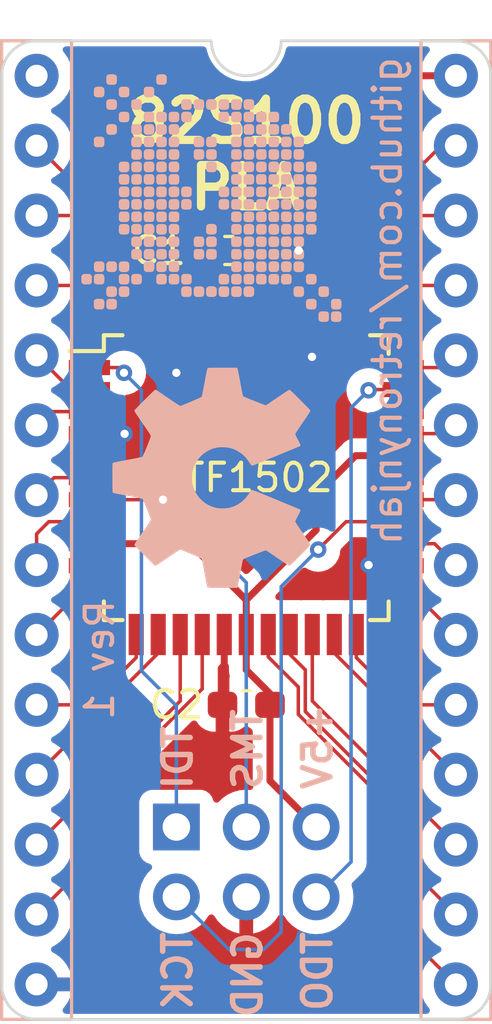
<source format=kicad_pcb>
(kicad_pcb (version 20221018) (generator pcbnew)
  (title_block (title "82S100 PLA Replacement") (date "2024-11-11") (rev "1"))
  (layers (0 "F.Cu" signal) (31 "B.Cu" signal) (34 "B.Paste" user) (35 "F.Paste" user) (36 "B.SilkS" user "B.Silkscreen") (37 "F.SilkS" user "F.Silkscreen") (38 "B.Mask" user) (39 "F.Mask" user) (44 "Edge.Cuts" user))
  (net 0 "")
  (net 2 "/I7")
  (net 3 "/I6")
  (net 4 "/I5")
  (net 5 "/I4")
  (net 6 "/I3")
  (net 7 "/I2")
  (net 8 "/I1")
  (net 9 "/I0")
  (net 10 "/F7")
  (net 11 "/F6")
  (net 12 "/F5")
  (net 13 "/F4")
  (net 14 "GND")
  (net 15 "/F3")
  (net 16 "/F2")
  (net 17 "/F1")
  (net 18 "/F0")
  (net 19 "/~{CE}")
  (net 20 "/I15")
  (net 21 "/I14")
  (net 22 "/I13")
  (net 23 "/I12")
  (net 24 "/I11")
  (net 25 "/I10")
  (net 26 "/I9")
  (net 27 "/I8")
  (net 28 "+5V")
  (net 29 "/TDI")
  (net 30 "/TCK")
  (net 31 "/TMS")
  (net 32 "/TDO")
  (footprint "Package_QFP:TQFP-44_10x10mm_P0.8mm" (layer "F.Cu") (at 141.605 99.06)
    (fp_text reference "U1")
    (fp_text value "ATF1502" (at 0 0) (layer "F.SilkS"))
    (pad "1" smd rect (at -5.7 -4) (size 1.5 0.55) (layers "F.Cu" "F.Paste" "F.Mask") (net 29 "/TDI"))
    (pad "2" smd rect (at -5.7 -3.2) (size 1.5 0.55) (layers "F.Cu" "F.Paste" "F.Mask") (net 5 "/I4"))
    (pad "3" smd rect (at -5.7 -2.4) (size 1.5 0.55) (layers "F.Cu" "F.Paste" "F.Mask") (net 6 "/I3"))
    (pad "4" smd rect (at -5.7 -1.6) (size 1.5 0.55) (layers "F.Cu" "F.Paste" "F.Mask") (net 14 "GND"))
    (pad "5" smd rect (at -5.7 -0.8) (size 1.5 0.55) (layers "F.Cu" "F.Paste" "F.Mask"))
    (pad "6" smd rect (at -5.7 0) (size 1.5 0.55) (layers "F.Cu" "F.Paste" "F.Mask") (net 7 "/I2"))
    (pad "7" smd rect (at -5.7 0.8) (size 1.5 0.55) (layers "F.Cu" "F.Paste" "F.Mask") (net 31 "/TMS"))
    (pad "8" smd rect (at -5.7 1.6) (size 1.5 0.55) (layers "F.Cu" "F.Paste" "F.Mask") (net 8 "/I1"))
    (pad "9" smd rect (at -5.7 2.4) (size 1.5 0.55) (layers "F.Cu" "F.Paste" "F.Mask") (net 28 "+5V"))
    (pad "10" smd rect (at -5.7 3.2) (size 1.5 0.55) (layers "F.Cu" "F.Paste" "F.Mask"))
    (pad "11" smd rect (at -5.7 4) (size 1.5 0.55) (layers "F.Cu" "F.Paste" "F.Mask") (net 9 "/I0"))
    (pad "12" smd rect (at -4 5.7 90) (size 1.5 0.55) (layers "F.Cu" "F.Paste" "F.Mask") (net 10 "/F7"))
    (pad "13" smd rect (at -3.2 5.7 90) (size 1.5 0.55) (layers "F.Cu" "F.Paste" "F.Mask") (net 11 "/F6"))
    (pad "14" smd rect (at -2.4 5.7 90) (size 1.5 0.55) (layers "F.Cu" "F.Paste" "F.Mask") (net 12 "/F5"))
    (pad "15" smd rect (at -1.6 5.7 90) (size 1.5 0.55) (layers "F.Cu" "F.Paste" "F.Mask") (net 13 "/F4"))
    (pad "16" smd rect (at -0.8 5.7 90) (size 1.5 0.55) (layers "F.Cu" "F.Paste" "F.Mask") (net 14 "GND"))
    (pad "17" smd rect (at 0 5.7 90) (size 1.5 0.55) (layers "F.Cu" "F.Paste" "F.Mask") (net 28 "+5V"))
    (pad "18" smd rect (at 0.8 5.7 90) (size 1.5 0.55) (layers "F.Cu" "F.Paste" "F.Mask") (net 15 "/F3"))
    (pad "19" smd rect (at 1.6 5.7 90) (size 1.5 0.55) (layers "F.Cu" "F.Paste" "F.Mask") (net 16 "/F2"))
    (pad "20" smd rect (at 2.4 5.7 90) (size 1.5 0.55) (layers "F.Cu" "F.Paste" "F.Mask") (net 17 "/F1"))
    (pad "21" smd rect (at 3.2 5.7 90) (size 1.5 0.55) (layers "F.Cu" "F.Paste" "F.Mask") (net 18 "/F0"))
    (pad "22" smd rect (at 4 5.7 90) (size 1.5 0.55) (layers "F.Cu" "F.Paste" "F.Mask") (net 19 "/~{CE}"))
    (pad "23" smd rect (at 5.7 4) (size 1.5 0.55) (layers "F.Cu" "F.Paste" "F.Mask") (net 20 "/I15"))
    (pad "24" smd rect (at 5.7 3.2) (size 1.5 0.55) (layers "F.Cu" "F.Paste" "F.Mask") (net 14 "GND"))
    (pad "25" smd rect (at 5.7 2.4) (size 1.5 0.55) (layers "F.Cu" "F.Paste" "F.Mask") (net 21 "/I14"))
    (pad "26" smd rect (at 5.7 1.6) (size 1.5 0.55) (layers "F.Cu" "F.Paste" "F.Mask") (net 30 "/TCK"))
    (pad "27" smd rect (at 5.7 0.8) (size 1.5 0.55) (layers "F.Cu" "F.Paste" "F.Mask") (net 22 "/I13"))
    (pad "28" smd rect (at 5.7 0) (size 1.5 0.55) (layers "F.Cu" "F.Paste" "F.Mask"))
    (pad "29" smd rect (at 5.7 -0.8) (size 1.5 0.55) (layers "F.Cu" "F.Paste" "F.Mask") (net 28 "+5V"))
    (pad "30" smd rect (at 5.7 -1.6) (size 1.5 0.55) (layers "F.Cu" "F.Paste" "F.Mask") (net 23 "/I12"))
    (pad "31" smd rect (at 5.7 -2.4) (size 1.5 0.55) (layers "F.Cu" "F.Paste" "F.Mask"))
    (pad "32" smd rect (at 5.7 -3.2) (size 1.5 0.55) (layers "F.Cu" "F.Paste" "F.Mask") (net 32 "/TDO"))
    (pad "33" smd rect (at 5.7 -4) (size 1.5 0.55) (layers "F.Cu" "F.Paste" "F.Mask") (net 24 "/I11"))
    (pad "34" smd rect (at 4 -5.7 90) (size 1.5 0.55) (layers "F.Cu" "F.Paste" "F.Mask") (net 25 "/I10"))
    (pad "35" smd rect (at 3.2 -5.7 90) (size 1.5 0.55) (layers "F.Cu" "F.Paste" "F.Mask") (net 26 "/I9"))
    (pad "36" smd rect (at 2.4 -5.7 90) (size 1.5 0.55) (layers "F.Cu" "F.Paste" "F.Mask") (net 14 "GND"))
    (pad "37" smd rect (at 1.6 -5.7 90) (size 1.5 0.55) (layers "F.Cu" "F.Paste" "F.Mask") (net 27 "/I8"))
    (pad "38" smd rect (at 0.8 -5.7 90) (size 1.5 0.55) (layers "F.Cu" "F.Paste" "F.Mask"))
    (pad "39" smd rect (at 0 -5.7 90) (size 1.5 0.55) (layers "F.Cu" "F.Paste" "F.Mask"))
    (pad "40" smd rect (at -0.8 -5.7 90) (size 1.5 0.55) (layers "F.Cu" "F.Paste" "F.Mask"))
    (pad "41" smd rect (at -1.6 -5.7 90) (size 1.5 0.55) (layers "F.Cu" "F.Paste" "F.Mask") (net 28 "+5V"))
    (pad "42" smd rect (at -2.4 -5.7 90) (size 1.5 0.55) (layers "F.Cu" "F.Paste" "F.Mask") (net 2 "/I7"))
    (pad "43" smd rect (at -3.2 -5.7 90) (size 1.5 0.55) (layers "F.Cu" "F.Paste" "F.Mask") (net 3 "/I6"))
    (pad "44" smd rect (at -4 -5.7 90) (size 1.5 0.55) (layers "F.Cu" "F.Paste" "F.Mask") (net 4 "/I5"))
  )
  (footprint "DIP-28_W15.24mm_BottomHeadersFlat:DIP-28_W15.24mm_BottomHeadersFlat" (layer "F.Cu") (at 133.985 84.455)
    (fp_text reference "J1")
    (fp_text value "PLA SOCKET" hide)
    (pad "1" thru_hole circle (at 0 0) (size 1.6 1.6) (drill 0.8) (layers "*.Cu" "*.Mask"))
    (pad "2" thru_hole oval (at 0 2.54) (size 1.6 1.6) (drill 0.8) (layers "*.Cu" "*.Mask") (net 2 "/I7"))
    (pad "3" thru_hole oval (at 0 5.08) (size 1.6 1.6) (drill 0.8) (layers "*.Cu" "*.Mask") (net 3 "/I6"))
    (pad "4" thru_hole oval (at 0 7.62) (size 1.6 1.6) (drill 0.8) (layers "*.Cu" "*.Mask") (net 4 "/I5"))
    (pad "5" thru_hole oval (at 0 10.16) (size 1.6 1.6) (drill 0.8) (layers "*.Cu" "*.Mask") (net 5 "/I4"))
    (pad "6" thru_hole oval (at 0 12.7) (size 1.6 1.6) (drill 0.8) (layers "*.Cu" "*.Mask") (net 6 "/I3"))
    (pad "7" thru_hole oval (at 0 15.24) (size 1.6 1.6) (drill 0.8) (layers "*.Cu" "*.Mask") (net 7 "/I2"))
    (pad "8" thru_hole oval (at 0 17.78) (size 1.6 1.6) (drill 0.8) (layers "*.Cu" "*.Mask") (net 8 "/I1"))
    (pad "9" thru_hole oval (at 0 20.32) (size 1.6 1.6) (drill 0.8) (layers "*.Cu" "*.Mask") (net 9 "/I0"))
    (pad "10" thru_hole oval (at 0 22.86) (size 1.6 1.6) (drill 0.8) (layers "*.Cu" "*.Mask") (net 10 "/F7"))
    (pad "11" thru_hole oval (at 0 25.4) (size 1.6 1.6) (drill 0.8) (layers "*.Cu" "*.Mask") (net 11 "/F6"))
    (pad "12" thru_hole oval (at 0 27.94) (size 1.6 1.6) (drill 0.8) (layers "*.Cu" "*.Mask") (net 12 "/F5"))
    (pad "13" thru_hole oval (at 0 30.48) (size 1.6 1.6) (drill 0.8) (layers "*.Cu" "*.Mask") (net 13 "/F4"))
    (pad "14" thru_hole oval (at 0 33.02) (size 1.6 1.6) (drill 0.8) (layers "*.Cu" "*.Mask") (net 14 "GND"))
    (pad "15" thru_hole oval (at 15.24 33.02) (size 1.6 1.6) (drill 0.8) (layers "*.Cu" "*.Mask") (net 15 "/F3"))
    (pad "16" thru_hole oval (at 15.24 30.48) (size 1.6 1.6) (drill 0.8) (layers "*.Cu" "*.Mask") (net 16 "/F2"))
    (pad "17" thru_hole oval (at 15.24 27.94) (size 1.6 1.6) (drill 0.8) (layers "*.Cu" "*.Mask") (net 17 "/F1"))
    (pad "18" thru_hole oval (at 15.24 25.4) (size 1.6 1.6) (drill 0.8) (layers "*.Cu" "*.Mask") (net 18 "/F0"))
    (pad "19" thru_hole oval (at 15.24 22.86) (size 1.6 1.6) (drill 0.8) (layers "*.Cu" "*.Mask") (net 19 "/~{CE}"))
    (pad "20" thru_hole oval (at 15.24 20.32) (size 1.6 1.6) (drill 0.8) (layers "*.Cu" "*.Mask") (net 20 "/I15"))
    (pad "21" thru_hole oval (at 15.24 17.78) (size 1.6 1.6) (drill 0.8) (layers "*.Cu" "*.Mask") (net 21 "/I14"))
    (pad "22" thru_hole oval (at 15.24 15.24) (size 1.6 1.6) (drill 0.8) (layers "*.Cu" "*.Mask") (net 22 "/I13"))
    (pad "23" thru_hole oval (at 15.24 12.7) (size 1.6 1.6) (drill 0.8) (layers "*.Cu" "*.Mask") (net 23 "/I12"))
    (pad "24" thru_hole oval (at 15.24 10.16) (size 1.6 1.6) (drill 0.8) (layers "*.Cu" "*.Mask") (net 24 "/I11"))
    (pad "25" thru_hole oval (at 15.24 7.62) (size 1.6 1.6) (drill 0.8) (layers "*.Cu" "*.Mask") (net 25 "/I10"))
    (pad "26" thru_hole oval (at 15.24 5.08) (size 1.6 1.6) (drill 0.8) (layers "*.Cu" "*.Mask") (net 26 "/I9"))
    (pad "27" thru_hole oval (at 15.24 2.54) (size 1.6 1.6) (drill 0.8) (layers "*.Cu" "*.Mask") (net 27 "/I8"))
    (pad "28" thru_hole oval (at 15.24 0) (size 1.6 1.6) (drill 0.8) (layers "*.Cu" "*.Mask") (net 28 "+5V"))
  )
  (footprint "Capacitor_SMD:C_0603_1608Metric_Pad1.08x0.95mm_HandSolder" (layer "F.Cu") (at 140.97 90.805)
    (fp_text reference "C1" (at -2.54 0) (layer "F.SilkS"))
    (fp_text value "100n")
    (pad "1" smd roundrect (at -0.8625 0) (size 1.075 0.95) (layers "F.Cu" "F.Paste" "F.Mask") (net 28 "+5V"))
    (pad "2" smd roundrect (at 0.8625 0) (size 1.075 0.95) (layers "F.Cu" "F.Paste" "F.Mask") (net 14 "GND"))
  )
  (footprint "Capacitor_SMD:C_0603_1608Metric_Pad1.08x0.95mm_HandSolder" (layer "F.Cu") (at 141.605 107.315 180)
    (fp_text reference "C2" (at 2.54 0) (layer "F.SilkS"))
    (fp_text value "100n")
    (pad "1" smd roundrect (at -0.8625 0 180) (size 1.075 0.95) (layers "F.Cu" "F.Paste" "F.Mask") (net 28 "+5V"))
    (pad "2" smd roundrect (at 0.8625 0 180) (size 1.075 0.95) (layers "F.Cu" "F.Paste" "F.Mask") (net 14 "GND"))
  )
  (footprint "LOGO" (layer "B.Cu") (at 140.335 99.06 -90)
    (fp_text reference "Logo2" hide)
    (fp_text value "OSHW" hide)
  )
  (footprint "Connector_PinHeader_2.54mm:PinHeader_2x03_P2.54mm_Vertical" (layer "B.Cu") (at 139.065 111.755 -90)
    (fp_text reference "J2")
    (fp_text value "JTAG")
    (pad "1" thru_hole rect (at 0 0 270) (size 1.7 1.7) (drill 1) (layers "*.Cu" "*.Mask") (net 29 "/TDI"))
    (pad "2" thru_hole oval (at 2.54 0 270) (size 1.7 1.7) (drill 1) (layers "*.Cu" "*.Mask") (net 30 "/TCK"))
    (pad "3" thru_hole oval (at 0 -2.54 270) (size 1.7 1.7) (drill 1) (layers "*.Cu" "*.Mask") (net 31 "/TMS"))
    (pad "4" thru_hole oval (at 2.54 -2.54 270) (size 1.7 1.7) (drill 1) (layers "*.Cu" "*.Mask") (net 14 "GND"))
    (pad "5" thru_hole oval (at 0 -5.08 270) (size 1.7 1.7) (drill 1) (layers "*.Cu" "*.Mask") (net 28 "+5V"))
    (pad "6" thru_hole oval (at 2.54 -5.08 270) (size 1.7 1.7) (drill 1) (layers "*.Cu" "*.Mask") (net 32 "/TDO"))
  )
  (footprint "LOGO" (layer "B.Cu") (at 140.335 88.9 -90)
    (fp_text reference "Logo" hide)
    (fp_text value "retroninja" hide)
  )
  (gr_arc (start 150.495 117.475) (mid 150.123026 118.373026) (end 149.225 118.745) (stroke (width 0.1)) (layer "Edge.Cuts"))
  (gr_arc (start 149.225 83.185) (mid 150.123026 83.556974) (end 150.495 84.455) (stroke (width 0.1)) (layer "Edge.Cuts"))
  (gr_line (start 150.495 117.475) (end 150.495 84.455) (stroke (width 0.1)) (layer "Edge.Cuts"))
  (gr_arc (start 133.985 118.745) (mid 133.086974 118.373026) (end 132.715 117.475) (stroke (width 0.1)) (layer "Edge.Cuts"))
  (gr_line (start 140.335 83.185) (end 133.985 83.185) (stroke (width 0.1)) (layer "Edge.Cuts"))
  (gr_line (start 132.715 84.455) (end 132.715 117.475) (stroke (width 0.1)) (layer "Edge.Cuts"))
  (gr_arc (start 132.715 84.455) (mid 133.086974 83.556974) (end 133.985 83.185) (stroke (width 0.1)) (layer "Edge.Cuts"))
  (gr_line (start 142.875 83.185) (end 149.225 83.185) (stroke (width 0.1)) (layer "Edge.Cuts"))
  (gr_arc (start 142.875 83.185) (mid 141.605 84.455) (end 140.335 83.185) (stroke (width 0.1)) (layer "Edge.Cuts"))
  (gr_line (start 133.985 118.745) (end 149.225 118.745) (stroke (width 0.1)) (layer "Edge.Cuts"))
  (gr_text "TDO" (at 144.78 115.47 90) (layer "B.SilkS") (effects (font (size 1 1) (thickness 0.2) bold) (justify left bottom mirror)))
  (gr_text "TMS" (at 142.24 110.49 90) (layer "B.SilkS") (effects (font (size 1 1) (thickness 0.2) bold) (justify right bottom mirror)))
  (gr_text "+5V" (at 144.78 110.49 90) (layer "B.SilkS") (effects (font (size 1 1) (thickness 0.2) bold) (justify right bottom mirror)))
  (gr_text "TCK" (at 139.7 115.47 90) (layer "B.SilkS") (effects (font (size 1 1) (thickness 0.2) bold) (justify left bottom mirror)))
  (gr_text "Rev ${REVISION}" (at 136.86 107.95 90) (layer "B.SilkS") (effects (font (size 1 1)) (justify right bottom mirror)))
  (gr_text "TDI" (at 139.7 110.49 90) (layer "B.SilkS") (effects (font (size 1 1) (thickness 0.2) bold) (justify right bottom mirror)))
  (gr_text "GND" (at 142.24 115.47 90) (layer "B.SilkS") (effects (font (size 1 1) (thickness 0.2) bold) (justify left bottom mirror)))
  (gr_text "github.com/retronynjah" (at 147.32 101.6 90) (layer "B.SilkS") (effects (font (size 1 1)) (justify right bottom mirror)))
  (gr_text "82S100\nPLA" (at 141.605 89.4) (layer "F.SilkS") (effects (font (size 1.5 1.5) (thickness 0.3) bold) (justify bottom)))
  (segment (start 133.985 86.995) (end 139.205 92.215) (width 0.127) (layer "F.Cu") (net 2))
  (segment (start 139.205 92.215) (end 139.205 93.36) (width 0.127) (layer "F.Cu") (net 2))
  (segment (start 133.985 89.535) (end 136.16579 89.535) (width 0.127) (layer "F.Cu") (net 3))
  (segment (start 136.16579 89.535) (end 138.405 91.77421) (width 0.127) (layer "F.Cu") (net 3))
  (segment (start 138.405 91.77421) (end 138.405 93.36) (width 0.127) (layer "F.Cu") (net 3))
  (segment (start 133.985 92.075) (end 136.32 92.075) (width 0.127) (layer "F.Cu") (net 4))
  (segment (start 136.32 92.075) (end 137.605 93.36) (width 0.127) (layer "F.Cu") (net 4))
  (segment (start 133.985 94.615) (end 135.23 95.86) (width 0.127) (layer "F.Cu") (net 5))
  (segment (start 135.23 95.86) (end 135.905 95.86) (width 0.127) (layer "F.Cu") (net 5))
  (segment (start 134.48 96.66) (end 135.905 96.66) (width 0.127) (layer "F.Cu") (net 6))
  (segment (start 133.985 97.155) (end 134.48 96.66) (width 0.127) (layer "F.Cu") (net 6))
  (segment (start 134.62 99.06) (end 135.905 99.06) (width 0.127) (layer "F.Cu") (net 7))
  (segment (start 133.985 99.695) (end 134.62 99.06) (width 0.127) (layer "F.Cu") (net 7))
  (segment (start 133.985 101.10363) (end 134.42863 100.66) (width 0.127) (layer "F.Cu") (net 8))
  (segment (start 133.985 102.235) (end 133.985 101.10363) (width 0.127) (layer "F.Cu") (net 8))
  (segment (start 134.42863 100.66) (end 135.905 100.66) (width 0.127) (layer "F.Cu") (net 8))
  (segment (start 133.985 104.775) (end 135.7 103.06) (width 0.127) (layer "F.Cu") (net 9))
  (segment (start 135.7 103.06) (end 135.905 103.06) (width 0.127) (layer "F.Cu") (net 9))
  (segment (start 135.89 107.315) (end 133.985 107.315) (width 0.127) (layer "F.Cu") (net 10))
  (segment (start 137.605 105.6) (end 135.89 107.315) (width 0.127) (layer "F.Cu") (net 10))
  (segment (start 137.605 104.76) (end 137.605 105.6) (width 0.127) (layer "F.Cu") (net 10))
  (segment (start 138.405 104.76) (end 138.405 105.435) (width 0.127) (layer "F.Cu") (net 11))
  (segment (start 138.405 105.435) (end 133.985 109.855) (width 0.127) (layer "F.Cu") (net 11))
  (segment (start 139.205 107.175) (end 133.985 112.395) (width 0.127) (layer "F.Cu") (net 12))
  (segment (start 139.205 104.76) (end 139.205 107.175) (width 0.127) (layer "F.Cu") (net 12))
  (segment (start 140.005 106.73421) (end 135.89 110.84921) (width 0.127) (layer "F.Cu") (net 13))
  (segment (start 140.005 104.76) (end 140.005 106.73421) (width 0.127) (layer "F.Cu") (net 13))
  (segment (start 135.89 110.84921) (end 135.89 113.03) (width 0.127) (layer "F.Cu") (net 13))
  (segment (start 135.89 113.03) (end 133.985 114.935) (width 0.127) (layer "F.Cu") (net 13))
  (segment (start 137.183622 97.467155) (end 137.176467 97.46) (width 0.254) (layer "F.Cu") (net 14))
  (segment (start 144.005 94.659386) (end 144.005 93.36) (width 0.254) (layer "F.Cu") (net 14))
  (segment (start 147.305 102.26) (end 146.075 102.26) (width 0.254) (layer "F.Cu") (net 14))
  (segment (start 146.075 102.26) (end 146.05 102.235) (width 0.254) (layer "F.Cu") (net 14))
  (segment (start 143.994267 94.670119) (end 144.005 94.659386) (width 0.254) (layer "F.Cu") (net 14))
  (segment (start 137.176467 97.46) (end 135.905 97.46) (width 0.254) (layer "F.Cu") (net 14))
  (segment (start 140.7425 107.315) (end 140.805 107.2525) (width 0.254) (layer "F.Cu") (net 14))
  (segment (start 140.805 107.2525) (end 140.805 104.76) (width 0.254) (layer "F.Cu") (net 14))
  (via (at 143.51 90.805) (size 0.6) (drill 0.3) (layers "F.Cu" "B.Cu") (net 14))
  (via (at 143.994267 94.670119) (size 0.6) (drill 0.3) (layers "F.Cu" "B.Cu") (net 14))
  (via (at 137.183622 97.467155) (size 0.6) (drill 0.3) (layers "F.Cu" "B.Cu") (net 14))
  (via (at 146.05 102.235) (size 0.6) (drill 0.3) (layers "F.Cu" "B.Cu") (net 14))
  (via (at 139.065 95.25) (size 0.6) (drill 0.3) (layers "F.Cu" "B.Cu") (net 14))
  (segment (start 142.405 104.76) (end 142.405 105.575) (width 0.127) (layer "F.Cu") (net 15))
  (segment (start 143.497 107.66121) (end 146.05 110.21421) (width 0.127) (layer "F.Cu") (net 15))
  (segment (start 146.05 114.3) (end 149.225 117.475) (width 0.127) (layer "F.Cu") (net 15))
  (segment (start 142.405 105.575) (end 143.497 106.667) (width 0.127) (layer "F.Cu") (net 15))
  (segment (start 143.497 106.667) (end 143.497 107.66121) (width 0.127) (layer "F.Cu") (net 15))
  (segment (start 146.05 110.21421) (end 146.05 114.3) (width 0.127) (layer "F.Cu") (net 15))
  (segment (start 143.205 105.499) (end 143.205 104.76) (width 0.127) (layer "F.Cu") (net 16))
  (segment (start 143.751 106.045) (end 143.205 105.499) (width 0.127) (layer "F.Cu") (net 16))
  (segment (start 149.225 114.935) (end 146.304 112.014) (width 0.127) (layer "F.Cu") (net 16))
  (segment (start 146.304 110.109) (end 143.751 107.556) (width 0.127) (layer "F.Cu") (net 16))
  (segment (start 143.751 107.556) (end 143.751 106.045) (width 0.127) (layer "F.Cu") (net 16))
  (segment (start 146.304 112.014) (end 146.304 110.109) (width 0.127) (layer "F.Cu") (net 16))
  (segment (start 149.225 112.395) (end 144.005 107.175) (width 0.127) (layer "F.Cu") (net 17))
  (segment (start 144.005 107.175) (end 144.005 104.76) (width 0.127) (layer "F.Cu") (net 17))
  (segment (start 144.805 105.435) (end 144.805 104.76) (width 0.127) (layer "F.Cu") (net 18))
  (segment (start 149.225 109.855) (end 144.805 105.435) (width 0.127) (layer "F.Cu") (net 18))
  (segment (start 149.225 107.315) (end 147.32 107.315) (width 0.127) (layer "F.Cu") (net 19))
  (segment (start 145.605 105.6) (end 145.605 104.76) (width 0.127) (layer "F.Cu") (net 19))
  (segment (start 147.32 107.315) (end 145.605 105.6) (width 0.127) (layer "F.Cu") (net 19))
  (segment (start 147.51 103.06) (end 147.305 103.06) (width 0.127) (layer "F.Cu") (net 20))
  (segment (start 149.225 104.775) (end 147.51 103.06) (width 0.127) (layer "F.Cu") (net 20))
  (segment (start 149.225 102.235) (end 148.45 101.46) (width 0.127) (layer "F.Cu") (net 21))
  (segment (start 148.45 101.46) (end 147.305 101.46) (width 0.127) (layer "F.Cu") (net 21))
  (segment (start 149.06 99.86) (end 149.225 99.695) (width 0.127) (layer "F.Cu") (net 22))
  (segment (start 147.305 99.86) (end 149.06 99.86) (width 0.127) (layer "F.Cu") (net 22))
  (segment (start 148.92 97.46) (end 149.225 97.155) (width 0.127) (layer "F.Cu") (net 23))
  (segment (start 147.305 97.46) (end 148.92 97.46) (width 0.127) (layer "F.Cu") (net 23))
  (segment (start 147.305 95.06) (end 148.78 95.06) (width 0.127) (layer "F.Cu") (net 24))
  (segment (start 148.78 95.06) (end 149.225 94.615) (width 0.127) (layer "F.Cu") (net 24))
  (segment (start 145.605 93.36) (end 145.605 93.155) (width 0.127) (layer "F.Cu") (net 25))
  (segment (start 145.605 93.155) (end 146.685 92.075) (width 0.127) (layer "F.Cu") (net 25))
  (segment (start 146.685 92.075) (end 149.225 92.075) (width 0.127) (layer "F.Cu") (net 25))
  (segment (start 144.805 93.36) (end 144.805 92.483) (width 0.127) (layer "F.Cu") (net 26))
  (segment (start 147.753 89.535) (end 149.225 89.535) (width 0.127) (layer "F.Cu") (net 26))
  (segment (start 144.805 92.483) (end 147.753 89.535) (width 0.127) (layer "F.Cu") (net 26))
  (segment (start 143.205 93.36) (end 143.205 92.483) (width 0.127) (layer "F.Cu") (net 27))
  (segment (start 143.205 92.483) (end 148.693 86.995) (width 0.127) (layer "F.Cu") (net 27))
  (segment (start 148.693 86.995) (end 149.225 86.995) (width 0.127) (layer "F.Cu") (net 27))
  (segment (start 141.605 103.505) (end 141.605 104.76) (width 0.254) (layer "F.Cu") (net 28))
  (segment (start 144.78 84.455) (end 149.225 84.455) (width 0.254) (layer "F.Cu") (net 28))
  (segment (start 139.56 101.46) (end 141.605 103.505) (width 0.254) (layer "F.Cu") (net 28))
  (segment (start 140.1075 90.805) (end 140.005 90.9075) (width 0.254) (layer "F.Cu") (net 28))
  (segment (start 141.605 106.045) (end 141.605 104.76) (width 0.254) (layer "F.Cu") (net 28))
  (segment (start 142.4675 107.315) (end 142.4675 110.0775) (width 0.254) (layer "F.Cu") (net 28))
  (segment (start 135.905 101.46) (end 139.56 101.46) (width 0.254) (layer "F.Cu") (net 28))
  (segment (start 140.005 101.015) (end 139.56 101.46) (width 0.254) (layer "F.Cu") (net 28))
  (segment (start 140.005 90.9075) (end 140.005 93.36) (width 0.254) (layer "F.Cu") (net 28))
  (segment (start 142.4675 107.315) (end 142.4675 106.9075) (width 0.254) (layer "F.Cu") (net 28))
  (segment (start 145.58 98.26) (end 147.305 98.26) (width 0.254) (layer "F.Cu") (net 28))
  (segment (start 144.145 100.965) (end 144.145 99.695) (width 0.254) (layer "F.Cu") (net 28))
  (segment (start 140.1075 90.805) (end 140.1075 89.1275) (width 0.254) (layer "F.Cu") (net 28))
  (segment (start 142.4675 106.9075) (end 141.605 106.045) (width 0.254) (layer "F.Cu") (net 28))
  (segment (start 140.1075 89.1275) (end 144.78 84.455) (width 0.254) (layer "F.Cu") (net 28))
  (segment (start 140.005 93.36) (end 140.005 101.015) (width 0.254) (layer "F.Cu") (net 28))
  (segment (start 144.145 99.695) (end 145.58 98.26) (width 0.254) (layer "F.Cu") (net 28))
  (segment (start 141.605 103.505) (end 144.145 100.965) (width 0.254) (layer "F.Cu") (net 28))
  (segment (start 142.4675 110.0775) (end 144.145 111.755) (width 0.254) (layer "F.Cu") (net 28))
  (segment (start 135.905 95.06) (end 136.97 95.06) (width 0.127) (layer "F.Cu") (net 29))
  (segment (start 136.97 95.06) (end 137.16 95.25) (width 0.127) (layer "F.Cu") (net 29))
  (via (at 137.16 95.25) (size 0.6) (drill 0.3) (layers "F.Cu" "B.Cu") (net 29))
  (segment (start 137.16 95.25) (end 137.795 95.885) (width 0.127) (layer "B.Cu") (net 29))
  (segment (start 137.795 106.079583) (end 139.065 107.349583) (width 0.127) (layer "B.Cu") (net 29))
  (segment (start 137.795 95.885) (end 137.795 106.079583) (width 0.127) (layer "B.Cu") (net 29))
  (segment (start 139.065 107.349583) (end 139.065 111.755) (width 0.127) (layer "B.Cu") (net 29))
  (segment (start 147.305 100.66) (end 145.232768 100.66) (width 0.127) (layer "F.Cu") (net 30))
  (segment (start 145.232768 100.66) (end 144.218884 101.673884) (width 0.127) (layer "F.Cu") (net 30))
  (via (at 144.218884 101.673884) (size 0.6) (drill 0.3) (layers "F.Cu" "B.Cu") (net 30))
  (segment (start 140.975 116.205) (end 142.24 116.205) (width 0.127) (layer "B.Cu") (net 30))
  (segment (start 142.875 103.017768) (end 144.218884 101.673884) (width 0.127) (layer "B.Cu") (net 30))
  (segment (start 142.24 116.205) (end 142.875 115.57) (width 0.127) (layer "B.Cu") (net 30))
  (segment (start 142.875 115.57) (end 142.875 103.017768) (width 0.127) (layer "B.Cu") (net 30))
  (segment (start 139.065 114.295) (end 140.975 116.205) (width 0.127) (layer "B.Cu") (net 30))
  (segment (start 138.578413 99.86) (end 135.905 99.86) (width 0.127) (layer "F.Cu") (net 31))
  (via (at 138.578413 99.86) (size 0.6) (drill 0.3) (layers "F.Cu" "B.Cu") (net 31))
  (segment (start 138.595 99.86) (end 141.605 102.87) (width 0.127) (layer "B.Cu") (net 31))
  (segment (start 141.605 102.87) (end 141.605 111.755) (width 0.127) (layer "B.Cu") (net 31))
  (segment (start 138.578413 99.86) (end 138.595 99.86) (width 0.127) (layer "B.Cu") (net 31))
  (segment (start 147.305 95.86) (end 146.075 95.86) (width 0.127) (layer "F.Cu") (net 32))
  (segment (start 146.075 95.86) (end 146.05 95.885) (width 0.127) (layer "F.Cu") (net 32))
  (via (at 146.05 95.885) (size 0.6) (drill 0.3) (layers "F.Cu" "B.Cu") (net 32))
  (segment (start 145.415 113.025) (end 145.415 96.52) (width 0.127) (layer "B.Cu") (net 32))
  (segment (start 144.145 114.295) (end 145.415 113.025) (width 0.127) (layer "B.Cu") (net 32))
  (segment (start 145.415 96.52) (end 146.05 95.885) (width 0.127) (layer "B.Cu") (net 32))
  (zone (net 14) (net_name "GND") (layers "F&B.Cu") (connect_pads (clearance 0.5)) (min_thickness 0.25) (fill yes (thermal_gap 0.5) (thermal_bridge_width 0.5) (smoothing fillet))
    (polygon (pts (xy 150.495 83.185) (xy 150.495 118.745) (xy 132.715 118.745) (xy 132.715 83.185)))
  )
)
</source>
